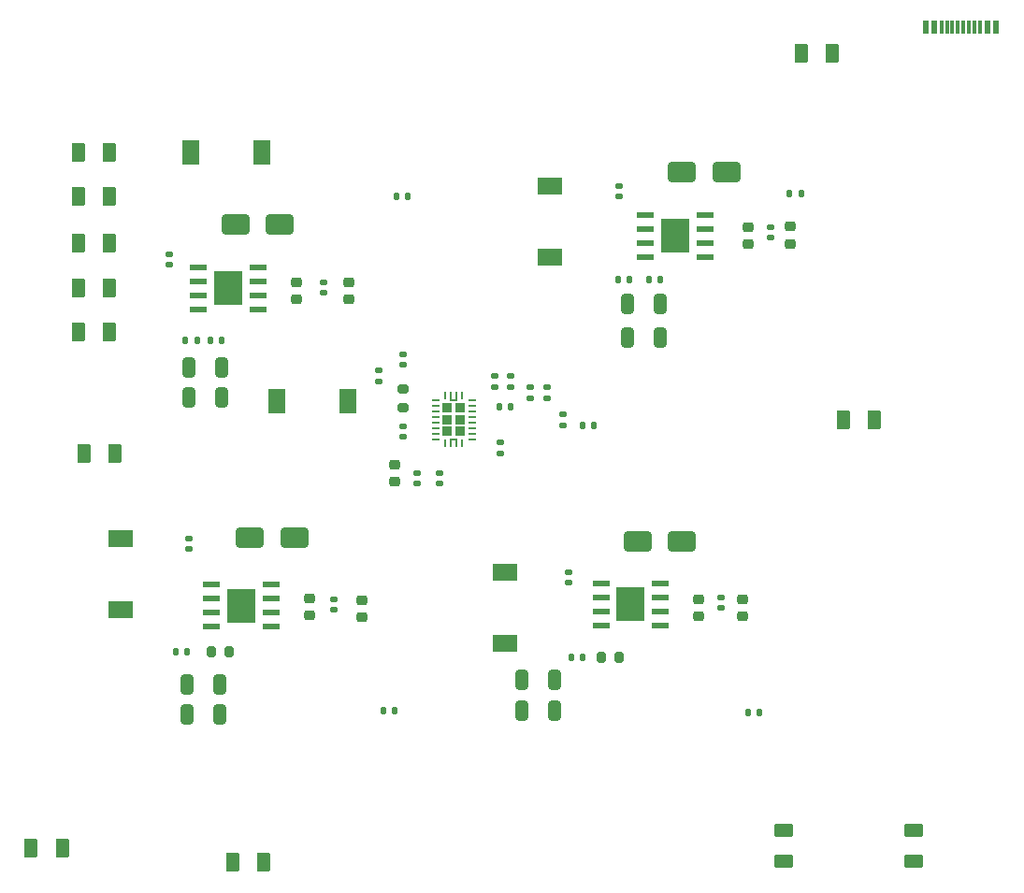
<source format=gtp>
%TF.GenerationSoftware,KiCad,Pcbnew,7.0.2*%
%TF.CreationDate,2023-07-05T23:24:43+08:00*%
%TF.ProjectId,tps61088,74707336-3130-4383-982e-6b696361645f,rev?*%
%TF.SameCoordinates,Original*%
%TF.FileFunction,Paste,Top*%
%TF.FilePolarity,Positive*%
%FSLAX46Y46*%
G04 Gerber Fmt 4.6, Leading zero omitted, Abs format (unit mm)*
G04 Created by KiCad (PCBNEW 7.0.2) date 2023-07-05 23:24:43*
%MOMM*%
%LPD*%
G01*
G04 APERTURE LIST*
G04 Aperture macros list*
%AMRoundRect*
0 Rectangle with rounded corners*
0 $1 Rounding radius*
0 $2 $3 $4 $5 $6 $7 $8 $9 X,Y pos of 4 corners*
0 Add a 4 corners polygon primitive as box body*
4,1,4,$2,$3,$4,$5,$6,$7,$8,$9,$2,$3,0*
0 Add four circle primitives for the rounded corners*
1,1,$1+$1,$2,$3*
1,1,$1+$1,$4,$5*
1,1,$1+$1,$6,$7*
1,1,$1+$1,$8,$9*
0 Add four rect primitives between the rounded corners*
20,1,$1+$1,$2,$3,$4,$5,0*
20,1,$1+$1,$4,$5,$6,$7,0*
20,1,$1+$1,$6,$7,$8,$9,0*
20,1,$1+$1,$8,$9,$2,$3,0*%
G04 Aperture macros list end*
%ADD10RoundRect,0.250000X-0.325000X-0.650000X0.325000X-0.650000X0.325000X0.650000X-0.325000X0.650000X0*%
%ADD11R,1.500000X2.200000*%
%ADD12RoundRect,0.250000X-0.625000X0.375000X-0.625000X-0.375000X0.625000X-0.375000X0.625000X0.375000X0*%
%ADD13RoundRect,0.250000X-0.375000X-0.625000X0.375000X-0.625000X0.375000X0.625000X-0.375000X0.625000X0*%
%ADD14RoundRect,0.135000X-0.185000X0.135000X-0.185000X-0.135000X0.185000X-0.135000X0.185000X0.135000X0*%
%ADD15RoundRect,0.225000X0.250000X-0.225000X0.250000X0.225000X-0.250000X0.225000X-0.250000X-0.225000X0*%
%ADD16R,1.550000X0.600000*%
%ADD17R,2.600000X3.100000*%
%ADD18RoundRect,0.135000X0.185000X-0.135000X0.185000X0.135000X-0.185000X0.135000X-0.185000X-0.135000X0*%
%ADD19RoundRect,0.250000X0.375000X0.625000X-0.375000X0.625000X-0.375000X-0.625000X0.375000X-0.625000X0*%
%ADD20RoundRect,0.140000X-0.170000X0.140000X-0.170000X-0.140000X0.170000X-0.140000X0.170000X0.140000X0*%
%ADD21R,0.920000X0.850000*%
%ADD22R,0.750000X0.250000*%
%ADD23RoundRect,0.050400X-0.069600X-0.249600X0.069600X-0.249600X0.069600X0.249600X-0.069600X0.249600X0*%
%ADD24RoundRect,0.050400X-0.249600X-0.069600X0.249600X-0.069600X0.249600X0.069600X-0.249600X0.069600X0*%
%ADD25RoundRect,0.050000X-0.050000X-0.250000X0.050000X-0.250000X0.050000X0.250000X-0.050000X0.250000X0*%
%ADD26RoundRect,0.225000X-0.250000X0.225000X-0.250000X-0.225000X0.250000X-0.225000X0.250000X0.225000X0*%
%ADD27RoundRect,0.135000X-0.135000X-0.185000X0.135000X-0.185000X0.135000X0.185000X-0.135000X0.185000X0*%
%ADD28RoundRect,0.250000X1.000000X0.650000X-1.000000X0.650000X-1.000000X-0.650000X1.000000X-0.650000X0*%
%ADD29RoundRect,0.250000X0.625000X-0.375000X0.625000X0.375000X-0.625000X0.375000X-0.625000X-0.375000X0*%
%ADD30RoundRect,0.200000X-0.200000X-0.275000X0.200000X-0.275000X0.200000X0.275000X-0.200000X0.275000X0*%
%ADD31R,2.200000X1.500000*%
%ADD32RoundRect,0.140000X0.170000X-0.140000X0.170000X0.140000X-0.170000X0.140000X-0.170000X-0.140000X0*%
%ADD33RoundRect,0.200000X0.275000X-0.200000X0.275000X0.200000X-0.275000X0.200000X-0.275000X-0.200000X0*%
%ADD34RoundRect,0.135000X0.135000X0.185000X-0.135000X0.185000X-0.135000X-0.185000X0.135000X-0.185000X0*%
%ADD35R,0.600000X1.150000*%
%ADD36R,0.300000X1.150000*%
G04 APERTURE END LIST*
D10*
%TO.C,C7*%
X121425000Y-118919888D03*
X124375000Y-118919888D03*
%TD*%
D11*
%TO.C,L2*%
X128200000Y-68000000D03*
X121800000Y-68000000D03*
%TD*%
D12*
%TO.C,F7*%
X187250000Y-129350000D03*
X187250000Y-132150000D03*
%TD*%
D13*
%TO.C,F2*%
X125600000Y-132250000D03*
X128400000Y-132250000D03*
%TD*%
D14*
%TO.C,R19*%
X149275000Y-88240000D03*
X149275000Y-89260000D03*
%TD*%
D15*
%TO.C,C4*%
X137275000Y-110069888D03*
X137275000Y-108519888D03*
%TD*%
D16*
%TO.C,U4*%
X162975000Y-73645000D03*
X162975000Y-74915000D03*
X162975000Y-76185000D03*
X162975000Y-77455000D03*
X168375000Y-77455000D03*
X168375000Y-76185000D03*
X168375000Y-74915000D03*
X168375000Y-73645000D03*
D17*
X165675000Y-75550000D03*
%TD*%
D18*
%TO.C,R18*%
X138775000Y-88760000D03*
X138775000Y-87740000D03*
%TD*%
D19*
%TO.C,D8*%
X114417500Y-76250000D03*
X111617500Y-76250000D03*
%TD*%
D20*
%TO.C,C33*%
X142275000Y-97020000D03*
X142275000Y-97980000D03*
%TD*%
D21*
%TO.C,U1*%
X145025000Y-91150000D03*
X145025000Y-92200000D03*
X145025000Y-93250000D03*
D22*
X145585000Y-90400000D03*
X145585000Y-94000000D03*
D21*
X146145000Y-91150000D03*
X146145000Y-92200000D03*
X146145000Y-93250000D03*
D23*
X144835000Y-90050000D03*
D24*
X143935000Y-90450000D03*
X143935000Y-90950000D03*
X143935000Y-91450000D03*
X143935000Y-91950000D03*
X143935000Y-92450000D03*
X143935000Y-92950000D03*
X143935000Y-93450000D03*
X143935000Y-93950000D03*
D23*
X144835000Y-94350000D03*
X146335000Y-94350000D03*
D24*
X147235000Y-93950000D03*
X147235000Y-93450000D03*
X147235000Y-92950000D03*
X147235000Y-92450000D03*
X147235000Y-91950000D03*
X147235000Y-91450000D03*
X147235000Y-90950000D03*
X147235000Y-90450000D03*
D23*
X146335000Y-90050000D03*
D25*
X145310000Y-90050000D03*
X145310000Y-94350000D03*
X145860000Y-90050000D03*
X145860000Y-94350000D03*
%TD*%
D19*
%TO.C,F3*%
X110150000Y-131000000D03*
X107350000Y-131000000D03*
%TD*%
%TO.C,F5*%
X114900000Y-95250000D03*
X112100000Y-95250000D03*
%TD*%
D26*
%TO.C,C34*%
X140275000Y-96265000D03*
X140275000Y-97815000D03*
%TD*%
D10*
%TO.C,C24*%
X161300000Y-84750000D03*
X164250000Y-84750000D03*
%TD*%
D15*
%TO.C,C10*%
X136092621Y-81275000D03*
X136092621Y-79725000D03*
%TD*%
D27*
%TO.C,R5*%
X140441000Y-72000000D03*
X141461000Y-72000000D03*
%TD*%
%TO.C,R14*%
X156265000Y-113750000D03*
X157285000Y-113750000D03*
%TD*%
D20*
%TO.C,C39*%
X149775000Y-94270000D03*
X149775000Y-95230000D03*
%TD*%
D28*
%TO.C,D3*%
X129842621Y-74500000D03*
X125842621Y-74500000D03*
%TD*%
D29*
%TO.C,F1*%
X175500000Y-132150000D03*
X175500000Y-129350000D03*
%TD*%
D30*
%TO.C,R15*%
X158950000Y-113750000D03*
X160600000Y-113750000D03*
%TD*%
D19*
%TO.C,F6*%
X183650000Y-92250000D03*
X180850000Y-92250000D03*
%TD*%
D16*
%TO.C,U3*%
X122492621Y-78395000D03*
X122492621Y-79665000D03*
X122492621Y-80935000D03*
X122492621Y-82205000D03*
X127892621Y-82205000D03*
X127892621Y-80935000D03*
X127892621Y-79665000D03*
X127892621Y-78395000D03*
D17*
X125192621Y-80300000D03*
%TD*%
D11*
%TO.C,L5*%
X129575000Y-90500000D03*
X135975000Y-90500000D03*
%TD*%
D26*
%TO.C,C19*%
X172275000Y-74750000D03*
X172275000Y-76300000D03*
%TD*%
D31*
%TO.C,L3*%
X154275000Y-71050000D03*
X154275000Y-77450000D03*
%TD*%
D13*
%TO.C,D9*%
X111617500Y-68000000D03*
X114417500Y-68000000D03*
%TD*%
D15*
%TO.C,C26*%
X171775000Y-110000000D03*
X171775000Y-108450000D03*
%TD*%
D14*
%TO.C,R22*%
X155525000Y-91740000D03*
X155525000Y-92760000D03*
%TD*%
D10*
%TO.C,C32*%
X151800000Y-115750000D03*
X154750000Y-115750000D03*
%TD*%
D15*
%TO.C,C18*%
X176025000Y-76275000D03*
X176025000Y-74725000D03*
%TD*%
D26*
%TO.C,C27*%
X167775000Y-108450000D03*
X167775000Y-110000000D03*
%TD*%
D32*
%TO.C,C13*%
X119842621Y-78180000D03*
X119842621Y-77220000D03*
%TD*%
D10*
%TO.C,C23*%
X161300000Y-81750000D03*
X164250000Y-81750000D03*
%TD*%
D32*
%TO.C,C21*%
X160525000Y-71980000D03*
X160525000Y-71020000D03*
%TD*%
D28*
%TO.C,D7*%
X166275000Y-103250000D03*
X162275000Y-103250000D03*
%TD*%
D20*
%TO.C,C28*%
X169775000Y-108270000D03*
X169775000Y-109230000D03*
%TD*%
D27*
%TO.C,R10*%
X160515000Y-79500000D03*
X161535000Y-79500000D03*
%TD*%
%TO.C,R21*%
X157265000Y-92750000D03*
X158285000Y-92750000D03*
%TD*%
D33*
%TO.C,R17*%
X141025000Y-91075000D03*
X141025000Y-89425000D03*
%TD*%
D26*
%TO.C,C5*%
X132525000Y-108394888D03*
X132525000Y-109944888D03*
%TD*%
D13*
%TO.C,F4*%
X177100000Y-59000000D03*
X179900000Y-59000000D03*
%TD*%
D19*
%TO.C,D6*%
X114417500Y-72000000D03*
X111617500Y-72000000D03*
%TD*%
D34*
%TO.C,R20*%
X150785000Y-91000000D03*
X149765000Y-91000000D03*
%TD*%
%TO.C,R13*%
X173275000Y-118750000D03*
X172255000Y-118750000D03*
%TD*%
D20*
%TO.C,C42*%
X154025000Y-89270000D03*
X154025000Y-90230000D03*
%TD*%
D34*
%TO.C,R9*%
X177035000Y-71750000D03*
X176015000Y-71750000D03*
%TD*%
D35*
%TO.C,P1*%
X194700000Y-56680000D03*
X193900000Y-56680000D03*
D36*
X192750000Y-56680000D03*
X191750000Y-56680000D03*
X191250000Y-56680000D03*
X190250000Y-56680000D03*
D35*
X189100000Y-56680000D03*
X188300000Y-56680000D03*
X188300000Y-56680000D03*
X189100000Y-56680000D03*
D36*
X189750000Y-56680000D03*
X190750000Y-56680000D03*
X192250000Y-56680000D03*
X193250000Y-56680000D03*
D35*
X193900000Y-56680000D03*
X194700000Y-56680000D03*
%TD*%
D31*
%TO.C,L1*%
X115400000Y-102969888D03*
X115400000Y-109369888D03*
%TD*%
D20*
%TO.C,C43*%
X152525000Y-89270000D03*
X152525000Y-90230000D03*
%TD*%
D30*
%TO.C,R2*%
X123650000Y-113169888D03*
X125300000Y-113169888D03*
%TD*%
D10*
%TO.C,C15*%
X121617621Y-90200000D03*
X124567621Y-90200000D03*
%TD*%
D26*
%TO.C,C11*%
X131342621Y-79725000D03*
X131342621Y-81275000D03*
%TD*%
D20*
%TO.C,C37*%
X141025000Y-86270000D03*
X141025000Y-87230000D03*
%TD*%
%TO.C,C20*%
X174275000Y-74770000D03*
X174275000Y-75730000D03*
%TD*%
D13*
%TO.C,D4*%
X111657500Y-84250000D03*
X114457500Y-84250000D03*
%TD*%
D16*
%TO.C,U2*%
X123650000Y-107149888D03*
X123650000Y-108419888D03*
X123650000Y-109689888D03*
X123650000Y-110959888D03*
X129050000Y-110959888D03*
X129050000Y-109689888D03*
X129050000Y-108419888D03*
X129050000Y-107149888D03*
D17*
X126350000Y-109054888D03*
%TD*%
D27*
%TO.C,R1*%
X120465000Y-113169888D03*
X121485000Y-113169888D03*
%TD*%
D19*
%TO.C,D2*%
X114417500Y-80250000D03*
X111617500Y-80250000D03*
%TD*%
D10*
%TO.C,C16*%
X121617621Y-87500000D03*
X124567621Y-87500000D03*
%TD*%
D27*
%TO.C,R7*%
X123572621Y-85000000D03*
X124592621Y-85000000D03*
%TD*%
D28*
%TO.C,D5*%
X170275000Y-69750000D03*
X166275000Y-69750000D03*
%TD*%
D20*
%TO.C,C38*%
X144275000Y-97020000D03*
X144275000Y-97980000D03*
%TD*%
D27*
%TO.C,R11*%
X163265000Y-79500000D03*
X164285000Y-79500000D03*
%TD*%
D32*
%TO.C,C1*%
X121650000Y-103899888D03*
X121650000Y-102939888D03*
%TD*%
D28*
%TO.C,D1*%
X131150000Y-102919888D03*
X127150000Y-102919888D03*
%TD*%
D27*
%TO.C,R6*%
X121322621Y-85000000D03*
X122342621Y-85000000D03*
%TD*%
D20*
%TO.C,C12*%
X133842621Y-79770000D03*
X133842621Y-80730000D03*
%TD*%
D32*
%TO.C,C36*%
X141025000Y-93730000D03*
X141025000Y-92770000D03*
%TD*%
D10*
%TO.C,C6*%
X121425000Y-116169888D03*
X124375000Y-116169888D03*
%TD*%
D32*
%TO.C,C29*%
X156025000Y-106980000D03*
X156025000Y-106020000D03*
%TD*%
D20*
%TO.C,C2*%
X134775000Y-108439888D03*
X134775000Y-109399888D03*
%TD*%
%TO.C,C44*%
X150775000Y-88270000D03*
X150775000Y-89230000D03*
%TD*%
D34*
%TO.C,R4*%
X140285000Y-118500000D03*
X139265000Y-118500000D03*
%TD*%
D10*
%TO.C,C31*%
X151800000Y-118500000D03*
X154750000Y-118500000D03*
%TD*%
D31*
%TO.C,L4*%
X150275000Y-106050000D03*
X150275000Y-112450000D03*
%TD*%
D16*
%TO.C,U5*%
X158925000Y-106995000D03*
X158925000Y-108265000D03*
X158925000Y-109535000D03*
X158925000Y-110805000D03*
X164325000Y-110805000D03*
X164325000Y-109535000D03*
X164325000Y-108265000D03*
X164325000Y-106995000D03*
D17*
X161625000Y-108900000D03*
%TD*%
M02*

</source>
